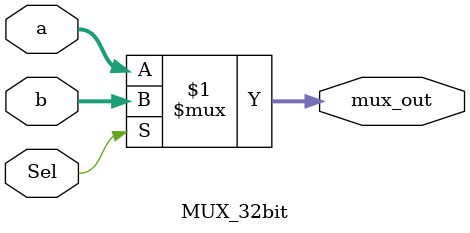
<source format=v>
/*
	5 bit and 32 bit MUX modules

	There are a total of 6 MUXes in the processor design
*/

module MUX_5bit (a, b, Sel, mux_out);

    input [4:0] a, b;
    input Sel;
    output [4:0] mux_out;

	assign mux_out = Sel?b:a;

endmodule

module MUX_32bit (a, b, Sel, mux_out);

    input [31:0] a, b;
    input Sel;
    output [31:0] mux_out;

	assign mux_out = Sel?b:a;

endmodule
</source>
